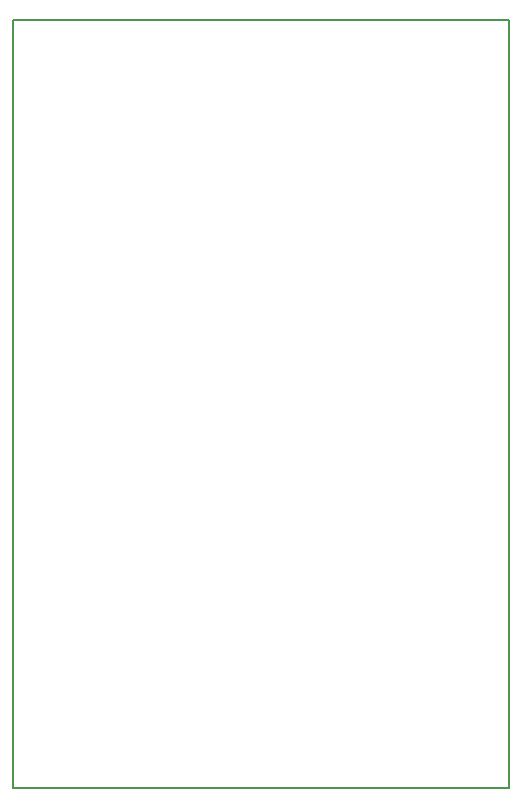
<source format=gm1>
G04 #@! TF.FileFunction,Profile,NP*
%FSLAX46Y46*%
G04 Gerber Fmt 4.6, Leading zero omitted, Abs format (unit mm)*
G04 Created by KiCad (PCBNEW 4.0.7) date Saturday, June 23, 2018 'PMt' 03:12:16 PM*
%MOMM*%
%LPD*%
G01*
G04 APERTURE LIST*
%ADD10C,0.100000*%
%ADD11C,0.150000*%
G04 APERTURE END LIST*
D10*
D11*
X265000000Y-120000000D02*
X265000000Y-55000000D01*
X223000000Y-120000000D02*
X265000000Y-120000000D01*
X223000000Y-55000000D02*
X223000000Y-120000000D01*
X223000000Y-55000000D02*
X265000000Y-55000000D01*
M02*

</source>
